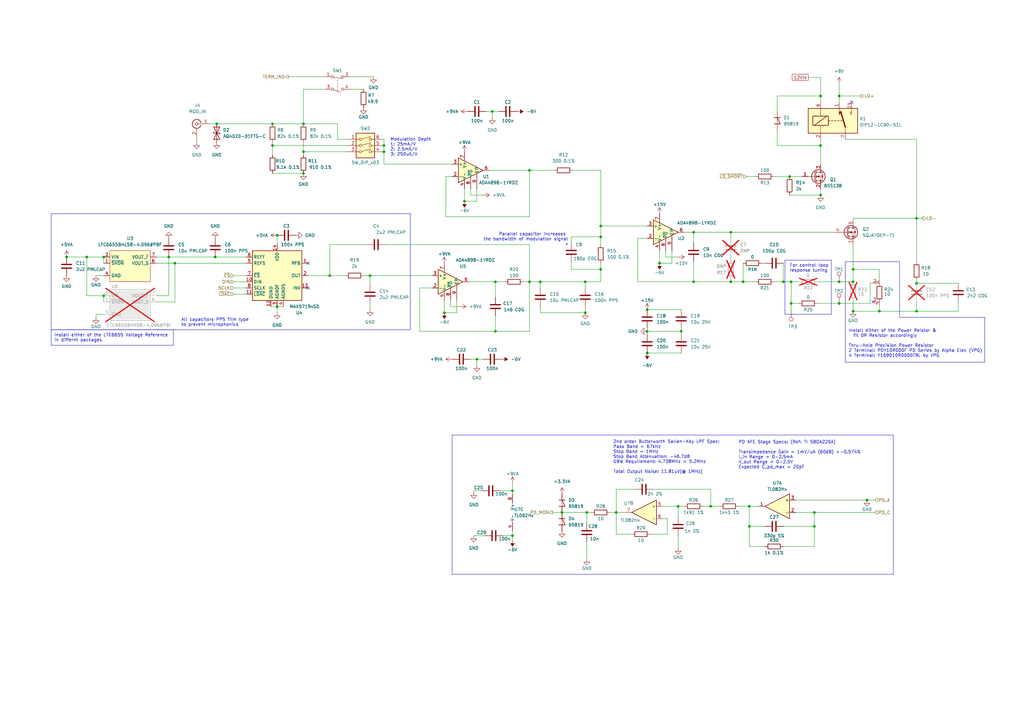
<source format=kicad_sch>
(kicad_sch (version 20230121) (generator eeschema)
  (paper "A3")
  (title_block (title "driveStage") (date "2023-11-27") (rev "r0_3") (company "M-Labs Limited") (comment 1 "Linus Woo Chun Kit"))
  (junction (at 270.51 107.95))
  (junction (at 124.46 71.12))
  (junction (at 217.17 69.85))
  (junction (at 265.43 135.89))
  (junction (at 203.2 115.57))
  (junction (at 324.485 124.46))
  (junction (at 113.665 96.52))
  (junction (at 360.68 127.635))
  (junction (at 375.92 89.535))
  (junction (at 334.01 210.185))
  (junction (at 210.185 201.295))
  (junction (at 88.9 50.8))
  (junction (at 201.93 45.72))
  (junction (at 240.03 115.57))
  (junction (at 344.17 115.57))
  (junction (at 195.58 147.32))
  (junction (at 299.72 115.57))
  (junction (at 265.43 127))
  (junction (at 252.73 210.185))
  (junction (at 349.885 115.57))
  (junction (at 182.245 128.27))
  (junction (at 124.46 50.8))
  (junction (at 336.55 39.37))
  (junction (at 355.6 205.105))
  (junction (at 217.17 115.57))
  (junction (at 307.34 207.645))
  (junction (at 221.615 115.57))
  (junction (at 334.01 215.9))
  (junction (at 190.5 82.55))
  (junction (at 324.485 115.57))
  (junction (at 35.56 105.41))
  (junction (at 42.545 121.285))
  (junction (at 69.215 105.41))
  (junction (at 135.255 113.03))
  (junction (at 336.55 80.01))
  (junction (at 349.885 110.49))
  (junction (at 299.72 95.25))
  (junction (at 284.48 95.25))
  (junction (at 111.76 50.8))
  (junction (at 157.48 62.23))
  (junction (at 88.265 105.41))
  (junction (at 151.765 113.03))
  (junction (at 279.4 135.89))
  (junction (at 210.185 219.71))
  (junction (at 246.38 110.49))
  (junction (at 246.38 92.71))
  (junction (at 42.545 105.41))
  (junction (at 71.755 107.95))
  (junction (at 349.885 127.635))
  (junction (at 265.43 144.78))
  (junction (at 291.465 207.645))
  (junction (at 278.13 207.645))
  (junction (at 240.03 128.27))
  (junction (at 111.76 59.69))
  (junction (at 307.34 215.9))
  (junction (at 336.55 59.69))
  (junction (at 246.38 97.155))
  (junction (at 344.17 39.37))
  (junction (at 230.505 210.185))
  (junction (at 304.8 115.57))
  (junction (at 203.2 135.89))
  (junction (at 124.46 62.23))
  (junction (at 113.665 125.73))
  (junction (at 375.92 127.635))
  (junction (at 157.48 59.69))
  (junction (at 344.17 124.46))
  (junction (at 375.92 116.205))
  (junction (at 240.665 210.185))
  (junction (at 284.48 115.57))
  (junction (at 27.305 105.41))
  (junction (at 323.85 72.39))
  (junction (at 321.31 115.57))
  (no_connect (at 358.14 123.825))
  (no_connect (at 349.25 41.91))
  (no_connect (at 126.365 118.11))
  (no_connect (at 126.365 107.95))
  (wire (pts (xy 151.765 124.46) (xy 151.765 127)))
  (wire (pts (xy 95.885 113.03) (xy 100.965 113.03)))
  (wire (pts (xy 360.68 114.935) (xy 360.68 110.49)))
  (wire (pts (xy 42.545 105.41) (xy 42.545 107.95)))
  (wire (pts (xy 323.85 72.39) (xy 328.93 72.39)))
  (wire (pts (xy 217.17 115.57) (xy 221.615 115.57)))
  (wire (pts (xy 259.08 219.075) (xy 252.73 219.075)))
  (wire (pts (xy 360.68 110.49) (xy 349.885 110.49)))
  (wire (pts (xy 111.76 71.12) (xy 124.46 71.12)))
  (wire (pts (xy 335.28 124.46) (xy 344.17 124.46)))
  (wire (pts (xy 334.01 210.185) (xy 358.775 210.185)))
  (wire (pts (xy 313.69 224.155) (xy 307.34 224.155)))
  (wire (pts (xy 234.315 107.315) (xy 234.315 110.49)))
  (wire (pts (xy 318.77 59.69) (xy 336.55 59.69)))
  (wire (pts (xy 324.485 127.635) (xy 324.485 124.46)))
  (wire (pts (xy 271.78 212.725) (xy 273.685 212.725)))
  (wire (pts (xy 240.03 115.57) (xy 246.38 115.57)))
  (wire (pts (xy 265.43 135.89) (xy 265.43 137.16)))
  (wire (pts (xy 349.885 90.17) (xy 349.885 89.535)))
  (wire (pts (xy 210.185 219.71) (xy 210.185 221.615)))
  (wire (pts (xy 42.545 121.285) (xy 35.56 121.285)))
  (wire (pts (xy 331.47 31.75) (xy 336.55 31.75)))
  (wire (pts (xy 240.665 210.185) (xy 242.57 210.185)))
  (wire (pts (xy 158.115 100.33) (xy 217.17 100.33)))
  (wire (pts (xy 138.43 57.15) (xy 142.24 57.15)))
  (wire (pts (xy 288.29 207.645) (xy 291.465 207.645)))
  (wire (pts (xy 80.645 58.42) (xy 80.645 55.88)))
  (wire (pts (xy 240.03 118.11) (xy 240.03 115.57)))
  (wire (pts (xy 284.48 95.25) (xy 284.48 99.695)))
  (wire (pts (xy 280.67 95.25) (xy 284.48 95.25)))
  (wire (pts (xy 184.785 125.73) (xy 188.595 125.73)))
  (wire (pts (xy 336.55 31.75) (xy 336.55 39.37)))
  (wire (pts (xy 349.885 127.635) (xy 349.885 123.19)))
  (wire (pts (xy 124.46 58.42) (xy 124.46 62.23)))
  (wire (pts (xy 246.38 107.95) (xy 246.38 110.49)))
  (wire (pts (xy 375.92 114.935) (xy 375.92 116.205)))
  (wire (pts (xy 299.72 95.25) (xy 342.265 95.25)))
  (wire (pts (xy 85.725 50.8) (xy 88.9 50.8)))
  (polyline (pts (xy 321.945 128.905) (xy 340.995 128.905)))
  (wire (pts (xy 95.885 118.11) (xy 100.965 118.11)))
  (wire (pts (xy 234.315 110.49) (xy 246.38 110.49)))
  (wire (pts (xy 349.885 110.49) (xy 349.885 115.57)))
  (wire (pts (xy 252.73 200.66) (xy 252.73 210.185)))
  (wire (pts (xy 35.56 105.41) (xy 42.545 105.41)))
  (wire (pts (xy 157.48 59.69) (xy 157.48 62.23)))
  (wire (pts (xy 206.375 219.71) (xy 210.185 219.71)))
  (wire (pts (xy 273.05 105.41) (xy 278.13 105.41)))
  (wire (pts (xy 234.315 97.155) (xy 246.38 97.155)))
  (polyline (pts (xy 321.945 106.68) (xy 340.995 106.68)))
  (wire (pts (xy 318.77 53.34) (xy 318.77 59.69)))
  (wire (pts (xy 157.48 57.15) (xy 157.48 59.69)))
  (wire (pts (xy 299.72 105.41) (xy 299.72 106.68)))
  (wire (pts (xy 95.885 115.57) (xy 100.965 115.57)))
  (wire (pts (xy 356.87 116.205) (xy 358.14 116.205)))
  (wire (pts (xy 111.76 58.42) (xy 111.76 59.69)))
  (wire (pts (xy 200.66 69.85) (xy 217.17 69.85)))
  (polyline (pts (xy 346.71 107.315) (xy 346.71 148.59)))
  (wire (pts (xy 201.93 45.72) (xy 201.93 48.26)))
  (wire (pts (xy 326.39 210.185) (xy 334.01 210.185)))
  (wire (pts (xy 306.07 72.39) (xy 309.88 72.39)))
  (wire (pts (xy 221.615 115.57) (xy 240.03 115.57)))
  (wire (pts (xy 267.97 200.66) (xy 291.465 200.66)))
  (wire (pts (xy 349.885 127.635) (xy 360.68 127.635)))
  (wire (pts (xy 217.17 88.9) (xy 217.17 69.85)))
  (wire (pts (xy 39.37 113.03) (xy 42.545 113.03)))
  (wire (pts (xy 210.185 198.12) (xy 210.185 201.295)))
  (wire (pts (xy 252.73 210.185) (xy 256.54 210.185)))
  (wire (pts (xy 138.43 50.8) (xy 138.43 57.15)))
  (wire (pts (xy 151.765 113.03) (xy 177.165 113.03)))
  (wire (pts (xy 157.48 62.23) (xy 157.48 67.31)))
  (wire (pts (xy 203.2 135.89) (xy 217.17 135.89)))
  (wire (pts (xy 149.225 113.03) (xy 151.765 113.03)))
  (wire (pts (xy 349.885 100.33) (xy 349.885 110.49)))
  (wire (pts (xy 299.72 95.25) (xy 299.72 97.79)))
  (wire (pts (xy 217.17 135.89) (xy 217.17 115.57)))
  (wire (pts (xy 375.92 89.535) (xy 349.885 89.535)))
  (wire (pts (xy 240.03 128.27) (xy 240.03 125.73)))
  (wire (pts (xy 64.135 107.95) (xy 71.755 107.95)))
  (wire (pts (xy 360.68 125.095) (xy 360.68 127.635)))
  (wire (pts (xy 336.55 57.15) (xy 336.55 59.69)))
  (wire (pts (xy 124.46 62.23) (xy 142.24 62.23)))
  (wire (pts (xy 214.63 115.57) (xy 217.17 115.57)))
  (wire (pts (xy 278.13 212.09) (xy 278.13 207.645)))
  (wire (pts (xy 279.4 135.89) (xy 265.43 135.89)))
  (wire (pts (xy 375.92 127.635) (xy 375.92 123.825)))
  (wire (pts (xy 201.93 45.72) (xy 204.47 45.72)))
  (wire (pts (xy 324.485 115.57) (xy 324.485 124.46)))
  (wire (pts (xy 172.085 118.11) (xy 172.085 135.89)))
  (wire (pts (xy 307.34 215.9) (xy 307.34 224.155)))
  (wire (pts (xy 195.58 82.55) (xy 195.58 77.47)))
  (wire (pts (xy 190.5 77.47) (xy 190.5 82.55)))
  (wire (pts (xy 187.325 128.27) (xy 187.325 123.19)))
  (wire (pts (xy 291.465 200.66) (xy 291.465 207.645)))
  (wire (pts (xy 135.255 100.33) (xy 135.255 113.03)))
  (wire (pts (xy 39.37 128.905) (xy 39.37 130.175)))
  (wire (pts (xy 150.495 100.33) (xy 135.255 100.33)))
  (polyline (pts (xy 20.955 87.63) (xy 168.275 87.63)))
  (wire (pts (xy 284.48 115.57) (xy 261.62 115.57)))
  (wire (pts (xy 266.7 219.075) (xy 273.685 219.075)))
  (wire (pts (xy 271.78 207.645) (xy 278.13 207.645)))
  (wire (pts (xy 71.755 107.95) (xy 100.965 107.95)))
  (wire (pts (xy 195.58 147.32) (xy 198.12 147.32)))
  (wire (pts (xy 88.9 50.8) (xy 111.76 50.8)))
  (wire (pts (xy 246.38 97.155) (xy 246.38 100.33)))
  (wire (pts (xy 304.8 107.95) (xy 304.8 115.57)))
  (wire (pts (xy 193.04 77.47) (xy 193.04 80.01)))
  (wire (pts (xy 111.76 50.8) (xy 124.46 50.8)))
  (polyline (pts (xy 368.935 130.175) (xy 368.935 107.315)))
  (wire (pts (xy 336.55 39.37) (xy 336.55 41.91)))
  (wire (pts (xy 190.5 82.55) (xy 195.58 82.55)))
  (wire (pts (xy 193.04 147.32) (xy 195.58 147.32)))
  (wire (pts (xy 326.39 205.105) (xy 355.6 205.105)))
  (wire (pts (xy 321.31 115.57) (xy 324.485 115.57)))
  (wire (pts (xy 240.665 222.25) (xy 240.665 229.235)))
  (wire (pts (xy 246.38 69.85) (xy 246.38 92.71)))
  (wire (pts (xy 270.51 107.95) (xy 275.59 107.95)))
  (wire (pts (xy 199.39 45.72) (xy 201.93 45.72)))
  (wire (pts (xy 344.17 39.37) (xy 344.17 41.91)))
  (wire (pts (xy 185.42 72.39) (xy 182.88 72.39)))
  (wire (pts (xy 35.56 121.285) (xy 35.56 105.41)))
  (wire (pts (xy 230.505 210.185) (xy 240.665 210.185)))
  (polyline (pts (xy 340.995 128.905) (xy 340.995 106.68)))
  (wire (pts (xy 143.51 31.496) (xy 153.162 31.496)))
  (wire (pts (xy 172.085 135.89) (xy 203.2 135.89)))
  (wire (pts (xy 184.785 123.19) (xy 184.785 125.73)))
  (wire (pts (xy 126.365 113.03) (xy 135.255 113.03)))
  (wire (pts (xy 393.065 127.635) (xy 393.065 123.825)))
  (wire (pts (xy 324.485 115.57) (xy 327.66 115.57)))
  (wire (pts (xy 124.46 36.576) (xy 124.46 50.8)))
  (wire (pts (xy 291.465 207.645) (xy 295.275 207.645)))
  (wire (pts (xy 317.5 115.57) (xy 321.31 115.57)))
  (wire (pts (xy 375.92 57.15) (xy 346.71 57.15)))
  (wire (pts (xy 250.19 210.185) (xy 252.73 210.185)))
  (wire (pts (xy 334.01 210.185) (xy 334.01 215.9)))
  (wire (pts (xy 143.51 36.576) (xy 149.098 36.576)))
  (wire (pts (xy 42.545 128.905) (xy 39.37 128.905)))
  (wire (pts (xy 234.95 69.85) (xy 246.38 69.85)))
  (wire (pts (xy 360.68 127.635) (xy 375.92 127.635)))
  (wire (pts (xy 344.17 115.57) (xy 349.885 115.57)))
  (wire (pts (xy 278.13 224.79) (xy 278.13 219.71)))
  (wire (pts (xy 27.305 105.41) (xy 35.56 105.41)))
  (wire (pts (xy 64.135 121.285) (xy 69.215 121.285)))
  (wire (pts (xy 378.46 89.535) (xy 375.92 89.535)))
  (wire (pts (xy 318.77 39.37) (xy 336.55 39.37)))
  (wire (pts (xy 302.895 207.645) (xy 307.34 207.645)))
  (wire (pts (xy 182.245 128.27) (xy 187.325 128.27)))
  (wire (pts (xy 124.46 62.23) (xy 124.46 63.5)))
  (wire (pts (xy 284.48 95.25) (xy 299.72 95.25)))
  (wire (pts (xy 270.51 102.87) (xy 270.51 107.95)))
  (polyline (pts (xy 20.955 87.63) (xy 20.955 135.255)))
  (wire (pts (xy 111.76 59.69) (xy 142.24 59.69)))
  (wire (pts (xy 375.92 116.205) (xy 393.065 116.205)))
  (wire (pts (xy 252.73 210.185) (xy 252.73 219.075)))
  (wire (pts (xy 261.62 115.57) (xy 261.62 97.79)))
  (wire (pts (xy 113.665 96.52) (xy 113.665 100.33)))
  (wire (pts (xy 273.685 212.725) (xy 273.685 219.075)))
  (wire (pts (xy 273.05 102.87) (xy 273.05 105.41)))
  (wire (pts (xy 157.48 67.31) (xy 185.42 67.31)))
  (wire (pts (xy 226.695 210.185) (xy 230.505 210.185)))
  (polyline (pts (xy 403.86 130.175) (xy 368.935 130.175)))
  (polyline (pts (xy 321.945 106.68) (xy 321.945 128.905)))
  (wire (pts (xy 217.17 69.85) (xy 227.33 69.85)))
  (wire (pts (xy 336.55 59.69) (xy 336.55 67.31)))
  (wire (pts (xy 321.31 224.155) (xy 334.01 224.155)))
  (wire (pts (xy 304.8 115.57) (xy 309.88 115.57)))
  (wire (pts (xy 194.31 201.93) (xy 194.31 201.295)))
  (wire (pts (xy 344.17 39.37) (xy 353.06 39.37)))
  (wire (pts (xy 284.48 115.57) (xy 299.72 115.57)))
  (wire (pts (xy 42.545 121.285) (xy 42.545 123.825)))
  (wire (pts (xy 64.135 123.825) (xy 71.755 123.825)))
  (wire (pts (xy 307.34 207.645) (xy 311.15 207.645)))
  (wire (pts (xy 182.88 88.9) (xy 217.17 88.9)))
  (wire (pts (xy 111.125 125.73) (xy 113.665 125.73)))
  (wire (pts (xy 246.38 92.71) (xy 265.43 92.71)))
  (wire (pts (xy 375.92 89.535) (xy 375.92 107.315)))
  (wire (pts (xy 95.885 120.65) (xy 100.965 120.65)))
  (wire (pts (xy 318.77 45.72) (xy 318.77 39.37)))
  (wire (pts (xy 135.255 113.03) (xy 141.605 113.03)))
  (wire (pts (xy 356.87 116.205) (xy 356.87 124.46)))
  (wire (pts (xy 375.92 127.635) (xy 393.065 127.635)))
  (wire (pts (xy 193.04 80.01) (xy 198.12 80.01)))
  (wire (pts (xy 246.38 92.71) (xy 246.38 97.155)))
  (polyline (pts (xy 20.955 135.255) (xy 168.275 135.255)))
  (wire (pts (xy 210.185 201.295) (xy 210.185 202.565)))
  (wire (pts (xy 194.31 201.295) (xy 197.485 201.295)))
  (wire (pts (xy 221.615 125.73) (xy 221.615 128.27)))
  (wire (pts (xy 299.72 114.3) (xy 299.72 115.57)))
  (wire (pts (xy 375.92 57.15) (xy 375.92 89.535)))
  (wire (pts (xy 71.755 123.825) (xy 71.755 107.95)))
  (wire (pts (xy 182.245 123.19) (xy 182.245 128.27)))
  (wire (pts (xy 221.615 118.11) (xy 221.615 115.57)))
  (wire (pts (xy 133.35 36.576) (xy 124.46 36.576)))
  (wire (pts (xy 321.31 107.95) (xy 321.31 115.57)))
  (wire (pts (xy 203.2 129.54) (xy 203.2 135.89)))
  (wire (pts (xy 205.105 201.295) (xy 210.185 201.295)))
  (wire (pts (xy 279.4 134.62) (xy 279.4 135.89)))
  (wire (pts (xy 69.215 105.41) (xy 88.265 105.41)))
  (wire (pts (xy 344.17 34.29) (xy 344.17 39.37)))
  (wire (pts (xy 312.42 107.95) (xy 313.69 107.95)))
  (wire (pts (xy 246.38 110.49) (xy 246.38 115.57)))
  (wire (pts (xy 69.215 121.285) (xy 69.215 105.41)))
  (wire (pts (xy 324.485 124.46) (xy 327.66 124.46)))
  (wire (pts (xy 323.85 80.01) (xy 336.55 80.01)))
  (wire (pts (xy 111.76 59.69) (xy 111.76 63.5)))
  (wire (pts (xy 335.28 115.57) (xy 344.17 115.57)))
  (wire (pts (xy 113.665 125.73) (xy 113.665 128.27)))
  (wire (pts (xy 217.17 100.33) (xy 217.17 115.57)))
  (wire (pts (xy 279.4 135.89) (xy 279.4 137.16)))
  (wire (pts (xy 210.185 217.805) (xy 210.185 219.71)))
  (wire (pts (xy 151.765 113.03) (xy 151.765 116.84)))
  (wire (pts (xy 124.46 50.8) (xy 138.43 50.8)))
  (wire (pts (xy 355.6 205.105) (xy 358.775 205.105)))
  (wire (pts (xy 203.2 115.57) (xy 207.01 115.57)))
  (wire (pts (xy 240.665 214.63) (xy 240.665 210.185)))
  (wire (pts (xy 336.55 77.47) (xy 336.55 80.01)))
  (wire (pts (xy 321.31 215.9) (xy 334.01 215.9)))
  (wire (pts (xy 307.34 207.645) (xy 307.34 215.9)))
  (wire (pts (xy 317.5 72.39) (xy 323.85 72.39)))
  (wire (pts (xy 177.165 118.11) (xy 172.085 118.11)))
  (wire (pts (xy 194.31 219.71) (xy 198.755 219.71)))
  (wire (pts (xy 265.43 134.62) (xy 265.43 135.89)))
  (wire (pts (xy 221.615 128.27) (xy 240.03 128.27)))
  (wire (pts (xy 265.43 127) (xy 279.4 127)))
  (wire (pts (xy 260.35 200.66) (xy 252.73 200.66)))
  (polyline (pts (xy 346.71 148.59) (xy 403.86 148.59)))
  (wire (pts (xy 203.2 115.57) (xy 203.2 121.92)))
  (wire (pts (xy 265.43 144.78) (xy 279.4 144.78)))
  (wire (pts (xy 278.13 207.645) (xy 280.67 207.645)))
  (wire (pts (xy 192.405 115.57) (xy 203.2 115.57)))
  (wire (pts (xy 64.135 105.41) (xy 69.215 105.41)))
  (wire (pts (xy 344.17 124.46) (xy 356.87 124.46)))
  (wire (pts (xy 118.364 31.496) (xy 133.35 31.496)))
  (wire (pts (xy 275.59 107.95) (xy 275.59 102.87)))
  (wire (pts (xy 284.48 107.315) (xy 284.48 115.57)))
  (wire (pts (xy 195.58 147.32) (xy 195.58 149.86)))
  (wire (pts (xy 299.72 115.57) (xy 304.8 115.57)))
  (polyline (pts (xy 168.275 135.255) (xy 168.275 87.63)))
  (wire (pts (xy 88.265 105.41) (xy 100.965 105.41)))
  (polyline (pts (xy 403.86 148.59) (xy 403.86 130.175)))
  (wire (pts (xy 234.315 99.695) (xy 234.315 97.155)))
  (polyline (pts (xy 346.71 107.315) (xy 368.935 107.315)))
  (wire (pts (xy 113.665 125.73) (xy 116.205 125.73)))
  (wire (pts (xy 182.88 72.39) (xy 182.88 88.9)))
  (wire (pts (xy 261.62 97.79) (xy 265.43 97.79)))
  (wire (pts (xy 334.01 215.9) (xy 334.01 224.155)))
  (wire (pts (xy 313.69 215.9) (xy 307.34 215.9)))
  (rectangle (start 185.42 178.435) (end 366.395 235.585))
  (rectangle (start 20.955 135.255) (end 71.12 141.605))
  (text "All capacitors PPS film type\nto prevent microphonics " (at 74.295 133.985 0) (effects (font (size 1.27 1.27)) (justify left bottom)))
  (text "For control loop\nresponse tuning" (at 323.85 111.76 0) (effects (font (size 1.27 1.27)) (justify left bottom)))
  (text "Install either of the LTC6655 Voltage Reference\nin differnt packages" (at 22.225 140.335 0) (effects (font (size 1.27 1.27)) (justify left bottom)))
  (text "Install either of the Power Reistor & \n  fit 0R Resistor accordingly\n\nThru-Hole Precision Power Resistor\n2 Terminal: PDY10R000F PD Series by Alpha Elec (VPG)\n4 Terminal: Y169010R0000T9L by VPG" (at 347.98 146.685 0) (effects (font (size 1.27 1.27)) (justify left bottom)))
  (text "PD AFE Stage Specs: (Ref: TI SBOA220A)\n\nTransimpedance Gain = 1mV/uA (60dB) +-0.574%\nI_in Range = 0-2.5mA\nV_out Range = 0-2.5V\nExpected C_pd_max = 20pF" (at 302.895 192.405 0) (effects (font (size 1.27 1.27)) (justify left bottom)))
  (text "Modulation Depth\n1: 25mA/V\n2: 2.5mA/V\n3: 250uA/V" (at 160.02 64.135 0) (effects (font (size 1.27 1.27)) (justify left bottom)))
  (text "\n2nd order Butterworth Sallen-Key LPF Spec:\nPass Band = 67kHz\nStop Band = 1MHz\nStop Band Attenuation: -46.7dB\nGBW Requirement: 4.738MHz < 5.2MHz\n\nTotal Output Noise: 11.81uV(@ 1MHz)" (at 251.46 194.31 0) (effects (font (size 1.27 1.27)) (justify left bottom)))
  (text "Parallel capacitor increases \nthe bandwidth of modulation signal\nv" (at 233.045 100.965 0) (effects (font (size 1.27 1.27)) (justify right bottom)))
  (global_label "12Vin" (shape passive) (at 331.47 31.75 180) (property "Intersheetrefs" "${INTERSHEET_REFS}" (effects hide)))
  (hierarchical_label "PD_MON" (shape output) (at 226.695 210.185 180))
  (hierarchical_label "PD_C" (shape input) (at 358.775 210.185 0))
  (hierarchical_label "TERM_IND" (shape output) (at 118.364 31.496 180))
  (hierarchical_label "~{LDAC}" (shape input) (at 95.885 120.65 180))
  (hierarchical_label "~{LD_SHORT}" (shape input) (at 306.07 72.39 180))
  (hierarchical_label "LD+" (shape output) (at 353.06 39.37 0))
  (hierarchical_label "PD_A" (shape input) (at 358.775 205.105 0))
  (hierarchical_label "SCLK" (shape input) (at 95.885 118.11 180))
  (hierarchical_label "DIN" (shape input) (at 95.885 115.57 180))
  (hierarchical_label "LD-" (shape output) (at 378.46 89.535 0))
  (hierarchical_label "~{CS}" (shape input) (at 95.885 113.03 180))
  (symbol (lib_id "Connector:TestPoint") (at 344.17 115.57 0) (unit 1) (in_bom no)
    (property "Reference" "TP1" (at 342.265 110.49 0) (effects (justify left)))
    (property "Value" "TestPoint" (effects hide))
    (property "Footprint" "TestPoint:TestPoint_Pad_1.0x1.0mm" (effects hide))
  )
  (symbol (lib_id "Device:R") (at 299.72 110.49 180) (unit 1) (dnp yes)
    (property "Reference" "R17" (at 295.91 111.76 0))
    (property "Value" "DNP" (at 295.91 109.22 0))
    (property "Footprint" "Resistor_SMD:R_0603_1608Metric" (effects hide))
  )
  (symbol (lib_id "kirdy:R_Y169010R0000T9L") (at 360.68 120.015 0) (mirror y) (unit 1)
    (property "Reference" "R24" (at 362.585 118.745 0) (effects (justify right)))
    (property "Value" "10" (at 362.585 120.65 0) (effects (justify right)))
    (property "Footprint" "kirdy:VPR221_Horizontal" (effects hide))
    (property "Datasheet" "https://www.mouser.hk/datasheet/2/428/vpr22021-3247675.pdf" (effects hide))
    (property "MFR_PN" "Y169010R0000T9L" (effects hide))
    (property "Comment" " See schematics for Instruction if part is not available" (effects hide))
  )
  (symbol (lib_id "Device:R") (at 284.48 207.645 90) (unit 1)
    (property "Reference" "R26" (at 284.48 205.105 90))
    (property "Value" "1k91 1%" (at 284.48 210.185 90))
    (property "Footprint" "Resistor_SMD:R_0603_1608Metric" (effects hide))
    (property "MFR_PN" "ERJ-3EKF1911V" (effects hide))
  )
  (symbol (lib_id "Device:C") (at 264.16 200.66 270) (unit 1)
    (property "Reference" "C24" (at 262.255 196.85 90))
    (property "Value" "2n 2%" (at 268.605 202.565 90))
    (property "Footprint" "Capacitor_SMD:C_0603_1608Metric" (effects hide))
    (property "MFR_PN" "GCM1885C1H202GA16D" (effects hide))
  )
  (symbol (lib_id "power:GND") (at 39.37 130.175 0) (mirror y) (unit 1)
    (property "Reference" "#PWR042" (effects hide))
    (property "Value" "GND" (at 39.37 133.985 0))
  )
  (symbol (lib_id "Device:R") (at 323.85 76.2 180) (unit 1)
    (property "Reference" "R14" (at 326.39 74.9299 0) (effects (justify right)))
    (property "Value" "2k" (at 326.39 77.4699 0) (effects (justify right)))
    (property "Footprint" "Resistor_SMD:R_0603_1608Metric" (effects hide))
    (property "MFR_PN" "RC0603FR-072KL" (effects hide))
    (property "MFR_PN_ALT" "ERJ-3EKF2001V" (effects hide))
  )
  (symbol (lib_id "power:GND") (at 336.55 80.01 0) (unit 1)
    (property "Reference" "#PWR022" (effects hide))
    (property "Value" "GND" (at 336.55 85.09 0))
  )
  (symbol (lib_id "power:-6V") (at 212.09 45.72 270) (unit 1)
    (property "Reference" "#PWR015" (effects hide))
    (property "Value" "-6V" (at 215.9 45.7199 90) (effects (justify left)))
  )
  (symbol (lib_id "Device:C") (at 154.305 100.33 90) (unit 1)
    (property "Reference" "C4" (at 154.305 92.71 90))
    (property "Value" "2u2 PMLCAP" (at 154.305 95.25 90) (effects (justify right)))
    (property "Footprint" "Capacitor_SMD:C_1210_3225Metric" (effects hide))
    (property "MFR_PN" "16MU225MB23225" (effects hide))
  )
  (symbol (lib_id "kirdy:LTC6655") (at 52.705 126.365 0) (unit 1) (dnp yes)
    (property "Reference" "U6" (at 46.99 117.475 0))
    (property "Value" "LTC6655BHMS8-4.096#PBF" (at 57.15 133.35 0))
    (property "Footprint" "kirdy:SOP65P490X110-8N" (effects hide))
    (property "Datasheet" "https://www.analog.com/media/en/technical-documentation/data-sheets/ltc6655-6655ln.pdf" (effects hide))
    (property "MFR_PN" "LTC6655BHMS8-4.096#PBF" (effects hide))
    (property "Comment" " See schematics for Instruction if part is not available" (effects hide))
  )
  (symbol (lib_id "power:+15V") (at 265.43 127 0) (unit 1)
    (property "Reference" "#PWR037" (effects hide))
    (property "Value" "+15V" (at 265.43 123.19 0))
  )
  (symbol (lib_id "Device:R") (at 331.47 115.57 90) (unit 1) (dnp yes)
    (property "Reference" "R22" (at 331.47 118.11 90))
    (property "Value" "0" (at 331.47 113.03 90))
    (property "Footprint" "Resistor_SMD:R_0603_1608Metric" (effects hide))
    (property "MFR_PN" "RMCF0603ZT0R00" (effects hide))
    (property "MFR_PN_ALT" "CR0603-J/-000ELF" (effects hide))
  )
  (symbol (lib_id "power:-6V") (at 205.74 147.32 270) (unit 1)
    (property "Reference" "#PWR046" (effects hide))
    (property "Value" "-6V" (at 209.55 147.3199 90) (effects (justify left)))
  )
  (symbol (lib_id "Device:D_Shockley") (at 230.505 206.375 270) (unit 1)
    (property "Reference" "D3" (at 233.045 205.1049 90) (effects (justify left)))
    (property "Value" "B5819" (at 233.045 207.6449 90) (effects (justify left)))
    (property "Footprint" "Diode_SMD:D_SOD-323" (effects hide))
    (property "MFR_PN" "B5819WS-TP" (effects hide))
  )
  (symbol (lib_id "power:GND") (at 194.31 201.93 0) (unit 1)
    (property "Reference" "#PWR049" (effects hide))
    (property "Value" "GND" (at 194.31 207.01 0))
  )
  (symbol (lib_id "Device:C") (at 208.28 45.72 90) (unit 1)
    (property "Reference" "C2" (at 208.28 41.91 90))
    (property "Value" "100n" (at 208.28 49.53 90))
    (property "Footprint" "Capacitor_SMD:C_0603_1608Metric" (effects hide))
    (property "MFR_PN" "CL10B104KB8NNWC" (effects hide))
    (property "MFR_PN_ALT" "CL10B104KB8NNNL" (effects hide))
  )
  (symbol (lib_id "power:GND") (at 39.37 113.03 0) (mirror y) (unit 1)
    (property "Reference" "#PWR034" (effects hide))
    (property "Value" "GND" (at 39.37 116.84 0))
  )
  (symbol (lib_id "Device:R") (at 349.885 119.38 0) (mirror x) (unit 1) (dnp yes)
    (property "Reference" "R23" (at 351.79 118.745 0) (effects (justify left)))
    (property "Value" "10" (at 351.79 120.65 0) (effects (justify left)))
    (property "Footprint" "Package_TO_SOT_THT:TO-220-2_Horizontal_TabDown" (effects hide))
    (property "Datasheet" "https://www.alpha-elec.co.jp/w2img/2022100715510167015-PD(EN)_final_10Jan2018.pdf" (effects hide))
    (property "MFR_PN" "PDY10R000F" (effects hide))
    (property "Comment" " See schematics for Instruction if part is not available" (effects hide))
  )
  (symbol (lib_id "Relay:DIPxx-1Cxx-51x") (at 341.63 49.53 0) (unit 1)
    (property "Reference" "K1" (at 352.552 48.6953 0) (effects (justify left)))
    (property "Value" "DIP12-1C90-51L" (at 352.552 51.2322 0) (effects (justify left)))
    (property "Footprint" "Relay_THT:Relay_StandexMeder_DIP_LowProfile" (effects hide))
    (property "Datasheet" "https://standexelectronics.com/wp-content/uploads/datasheet_reed_relay_DIP.pdf" (effects hide))
    (property "MFR_PN" "DIP12-1C90-51L" (effects hide))
  )
  (symbol (lib_id "Device:C") (at 278.13 215.9 180) (unit 1)
    (property "Reference" "C26" (at 283.21 214.63 0))
    (property "Value" "1n 2%" (at 283.845 217.805 0))
    (property "Footprint" "Capacitor_SMD:C_0603_1608Metric" (effects hide))
    (property "MFR_PN" "0603N102G250CT" (effects hide))
  )
  (symbol (lib_id "power:+5VA") (at 27.305 105.41 0) (unit 1)
    (property "Reference" "#PWR029" (effects hide))
    (property "Value" "+5VA" (at 27.305 100.33 0))
  )
  (symbol (lib_id "Device:C") (at 279.4 140.97 0) (unit 1)
    (property "Reference" "C21" (at 283.21 139.7 0) (effects (justify left)))
    (property "Value" "10u 25V" (at 283.21 142.24 0) (effects (justify left)))
    (property "Footprint" "Capacitor_SMD:C_0805_2012Metric" (effects hide))
    (property "MFR_PN" "GRM21BZ71E106KE15K" (effects hide))
    (property "MFR_PN_ALT" "GRM21BZ71E106KE15L" (effects hide))
  )
  (symbol (lib_id "Device:C") (at 69.215 101.6 0) (unit 1)
    (property "Reference" "C5" (at 73.025 100.33 0) (effects (justify left)))
    (property "Value" "10u PMLCAP" (at 73.025 102.87 0) (effects (justify left)))
    (property "Footprint" "Capacitor_SMD:C_1812_4532Metric" (effects hide))
    (property "MFR_PN" "16MU106MC44532" (effects hide))
  )
  (symbol (lib_id "Connector:TestPoint") (at 324.485 127.635 180) (unit 1) (in_bom no)
    (property "Reference" "TP3" (at 327.025 133.985 0) (effects (justify left)))
    (property "Value" "TestPoint" (effects hide))
    (property "Footprint" "TestPoint:TestPoint_Pad_1.0x1.0mm" (effects hide))
  )
  (symbol (lib_id "Device:C") (at 299.72 101.6 0) (unit 1) (dnp yes)
    (property "Reference" "C7" (at 303.53 100.3299 0) (effects (justify left)))
    (property "Value" "DNP" (at 303.53 102.8699 0) (effects (justify left)))
    (property "Footprint" "Capacitor_SMD:C_0603_1608Metric" (effects hide))
  )
  (symbol (lib_id "Device:R") (at 313.69 115.57 90) (unit 1)
    (property "Reference" "R21" (at 313.69 118.11 90))
    (property "Value" "100" (at 313.69 113.03 90))
    (property "Footprint" "Resistor_SMD:R_0603_1608Metric" (effects hide))
    (property "MFR_PN" "WR06X1000FTL" (effects hide))
    (property "MFR_PN_ALT" "RMCF0603FT100R" (effects hide))
  )
  (symbol (lib_id "Device:R") (at 375.92 111.125 180) (unit 1)
    (property "Reference" "R18" (at 379.73 109.855 0))
    (property "Value" "10" (at 379.73 112.395 0))
    (property "Footprint" "Resistor_SMD:R_0603_1608Metric" (effects hide))
    (property "MFR_PN" "RT0603BRD0710RL" (effects hide))
    (property "MFR_PN_ALT" "WR06X10R0FTL" (effects hide))
  )
  (symbol (lib_id "power:GND") (at 113.665 128.27 0) (unit 1)
    (property "Reference" "#PWR039" (effects hide))
    (property "Value" "GND" (at 113.665 133.35 0))
  )
  (symbol (lib_id "Amplifier_Operational:ADA4898-1YRDZ") (at 273.05 95.25 0) (unit 1)
    (property "Reference" "U2" (at 279.4 97.79 0))
    (property "Value" "ADA4898-1YRDZ" (at 285.75 91.44 0))
    (property "Footprint" "Package_SO:SOIC-8-1EP_3.9x4.9mm_P1.27mm_EP2.29x3mm" (effects hide))
    (property "Datasheet" "https://www.analog.com/media/en/technical-documentation/data-sheets/ada4898-1_4898-2.pdf" (effects hide))
    (property "MFR_PN" "ADA4898-1YRDZ" (effects hide))
  )
  (symbol (lib_id "Device:C") (at 284.48 103.505 0) (unit 1)
    (property "Reference" "C9" (at 288.29 102.2349 0) (effects (justify left)))
    (property "Value" "10n C0G" (at 288.29 104.7749 0) (effects (justify left)))
    (property "Footprint" "Capacitor_SMD:C_0603_1608Metric" (effects hide))
    (property "MFR_PN" "GRM1885C1H103JA01J" (effects hide))
  )
  (symbol (lib_id "power:GND") (at 278.13 224.79 0) (unit 1)
    (property "Reference" "#PWR055" (effects hide))
    (property "Value" "GND" (at 278.13 228.6 0))
  )
  (symbol (lib_id "Device:C") (at 375.92 120.015 0) (unit 1) (dnp yes)
    (property "Reference" "C12" (at 379.73 118.7449 0) (effects (justify left)))
    (property "Value" "100n PPS" (at 379.73 121.2849 0) (effects (justify left)))
    (property "Footprint" "Capacitor_SMD:C_1210_3225Metric" (effects hide))
    (property "MFR_PN" "ECH-U1C104JX5" (effects hide))
  )
  (symbol (lib_id "Device:R") (at 246.38 104.14 180) (unit 1)
    (property "Reference" "R15" (at 248.92 102.87 0) (effects (justify right)))
    (property "Value" "100 0.1%" (at 248.92 105.41 0) (effects (justify right)))
    (property "Footprint" "Resistor_SMD:R_0603_1608Metric" (effects hide))
    (property "MFR_PN" "RN73R1JTTD1000B25" (effects hide))
  )
  (symbol (lib_id "power:GND") (at 121.285 96.52 90) (unit 1)
    (property "Reference" "#PWR026" (effects hide))
    (property "Value" "GND" (at 125.095 96.5199 90) (effects (justify right)))
  )
  (symbol (lib_id "Device:R") (at 111.76 67.31 180) (unit 1)
    (property "Reference" "R10" (at 114.935 66.04 0))
    (property "Value" "9.1k 0.1%" (at 118.11 68.58 0))
    (property "Footprint" "Resistor_SMD:R_0603_1608Metric" (effects hide))
    (property "MFR_PN" "ERA-3AEB912V" (effects hide))
  )
  (symbol (lib_id "power:GND") (at 149.098 44.196 0) (unit 1)
    (property "Reference" "#PWR013" (effects hide))
    (property "Value" "GND" (at 149.098 48.006 0))
  )
  (symbol (lib_id "power:GND") (at 27.305 113.03 0) (unit 1)
    (property "Reference" "#PWR033" (effects hide))
    (property "Value" "GND" (at 27.305 117.475 0))
  )
  (symbol (lib_id "power:GND") (at 69.215 97.79 180) (unit 1)
    (property "Reference" "#PWR027" (effects hide))
    (property "Value" "GND" (at 69.215 92.71 0))
  )
  (symbol (lib_id "power:-6V") (at 210.185 221.615 180) (unit 1)
    (property "Reference" "#PWR054" (effects hide))
    (property "Value" "-6V" (at 210.185 225.425 0))
  )
  (symbol (lib_id "Device:R") (at 149.098 40.386 180) (unit 1)
    (property "Reference" "R7" (at 152.273 39.116 0))
    (property "Value" "49.9" (at 152.908 41.656 0))
    (property "Footprint" "Resistor_SMD:R_0603_1608Metric" (effects hide))
    (property "MFR_PN" "RT0603DRE0749R9L" (effects hide))
  )
  (symbol (lib_id "Device:C") (at 221.615 121.92 0) (unit 1)
    (property "Reference" "C15" (at 225.425 120.65 0) (effects (justify left)))
    (property "Value" "10u PMLCAP" (at 225.425 123.19 0) (effects (justify left)))
    (property "Footprint" "Capacitor_SMD:C_1812_4532Metric" (effects hide))
    (property "MFR_PN" "16MU106MC44532" (effects hide))
  )
  (symbol (lib_id "Device:R") (at 262.89 219.075 90) (unit 1)
    (property "Reference" "R29" (at 262.89 216.535 90))
    (property "Value" "10" (at 262.89 221.615 90))
    (property "Footprint" "Resistor_SMD:R_0603_1608Metric" (effects hide))
    (property "MFR_PN" "RT0603BRD0710RL" (effects hide))
    (property "MFR_PN_ALT" "WR06X10R0FTL" (effects hide))
  )
  (symbol (lib_id "Amplifier_Operational:ADA4898-1YRDZ") (at 184.785 115.57 0) (unit 1)
    (property "Reference" "U5" (at 189.865 109.22 0))
    (property "Value" "ADA4898-1YRDZ" (at 194.945 106.68 0))
    (property "Footprint" "Package_SO:SOIC-8-1EP_3.9x4.9mm_P1.27mm_EP2.29x3mm" (effects hide))
    (property "Datasheet" "https://www.analog.com/media/en/technical-documentation/data-sheets/ada4898-1_4898-2.pdf" (effects hide))
    (property "MFR_PN" "ADA4898-1YRDZ" (effects hide))
  )
  (symbol (lib_id "Device:C") (at 317.5 215.9 90) (unit 1)
    (property "Reference" "C27" (at 317.5 212.09 90))
    (property "Value" "330p 5%" (at 317.5 219.71 90))
    (property "Footprint" "Capacitor_SMD:C_0603_1608Metric" (effects hide))
    (property "MFR_PN" "885012006041" (effects hide))
  )
  (symbol (lib_id "power:GND") (at 265.43 135.89 270) (unit 1)
    (property "Reference" "#PWR043" (effects hide))
    (property "Value" "GND" (at 261.62 135.8899 90) (effects (justify right)))
  )
  (symbol (lib_id "power:GND") (at 194.31 219.71 0) (unit 1)
    (property "Reference" "#PWR053" (effects hide))
    (property "Value" "GND" (at 194.31 224.79 0))
  )
  (symbol (lib_id "Device:C") (at 265.43 140.97 0) (unit 1)
    (property "Reference" "C20" (at 269.24 139.6999 0) (effects (justify left)))
    (property "Value" "100n" (at 269.24 142.2399 0) (effects (justify left)))
    (property "Footprint" "Capacitor_SMD:C_0603_1608Metric" (effects hide))
    (property "MFR_PN" "CL10B104KB8NNWC" (effects hide))
    (property "MFR_PN_ALT" "CL10B104KB8NNNL" (effects hide))
  )
  (symbol (lib_id "power:+9VA") (at 210.185 198.12 0) (unit 1)
    (property "Reference" "#PWR048" (effects hide))
    (property "Value" "+9VA" (at 210.185 194.31 0))
  )
  (symbol (lib_id "power:GND") (at 151.765 127 0) (unit 1)
    (property "Reference" "#PWR036" (effects hide))
    (property "Value" "GND" (at 151.765 132.08 0))
  )
  (symbol (lib_id "Device:R") (at 317.5 224.155 90) (unit 1)
    (property "Reference" "R30" (at 317.5 221.615 90))
    (property "Value" "1k 0.1%" (at 317.5 226.695 90))
    (property "Footprint" "Resistor_SMD:R_0603_1608Metric" (effects hide))
    (property "MFR_PN" "RP0603BRD071KL" (effects hide))
    (property "MFR_PN_ALT" "WR06X1001FTL" (effects hide))
  )
  (symbol (lib_id "Device:R") (at 145.415 113.03 90) (unit 1)
    (property "Reference" "R19" (at 145.415 106.68 90))
    (property "Value" "2k" (at 145.415 109.22 90))
    (property "Footprint" "Resistor_SMD:R_0603_1608Metric" (effects hide))
    (property "MFR_PN" "RC0603FR-072KL" (effects hide))
    (property "MFR_PN_ALT" "ERJ-3EKF2001V" (effects hide))
  )
  (symbol (lib_id "Device:C") (at 203.2 125.73 180) (unit 1)
    (property "Reference" "C17" (at 208.28 124.46 0))
    (property "Value" "1n6 C0G" (at 210.82 127 0))
    (property "Footprint" "Capacitor_SMD:C_0603_1608Metric" (effects hide))
    (property "MFR_PN" "GRM1885C1H162JA01D" (effects hide))
  )
  (symbol (lib_id "Device:C") (at 201.93 147.32 90) (unit 1)
    (property "Reference" "C23" (at 201.93 143.51 90))
    (property "Value" "100n" (at 201.93 151.13 90))
    (property "Footprint" "Capacitor_SMD:C_0603_1608Metric" (effects hide))
    (property "MFR_PN" "CL10B104KB8NNWC" (effects hide))
    (property "MFR_PN_ALT" "CL10B104KB8NNNL" (effects hide))
  )
  (symbol (lib_id "power:+9VA") (at 198.12 80.01 270) (unit 1)
    (property "Reference" "#PWR021" (effects hide))
    (property "Value" "+9VA" (at 201.93 80.0099 90) (effects (justify left)))
  )
  (symbol (lib_id "Device:R") (at 124.46 54.61 0) (unit 1)
    (property "Reference" "R9" (at 127 53.34 0) (effects (justify left)))
    (property "Value" "82k 0.1%" (at 127 55.88 0) (effects (justify left)))
    (property "Footprint" "Resistor_SMD:R_0603_1608Metric" (effects hide))
    (property "MFR_PN" "ERA-3AEB823V" (effects hide))
  )
  (symbol (lib_id "Device:C") (at 317.5 107.95 90) (unit 1)
    (property "Reference" "C10" (at 317.5 100.33 90))
    (property "Value" "100p C0G" (at 317.5 102.87 90))
    (property "Footprint" "Capacitor_SMD:C_0603_1608Metric" (effects hide))
    (property "MFR_PN" "CC0603JRNPO7BN101" (effects hide))
  )
  (symbol (lib_id "power:-6V") (at 182.245 128.27 180) (unit 1)
    (property "Reference" "#PWR040" (effects hide))
    (property "Value" "-6V" (at 182.245 132.08 0))
  )
  (symbol (lib_id "Device:C") (at 202.565 219.71 270) (unit 1)
    (property "Reference" "C29" (at 195.58 218.44 90) (effects (justify left)))
    (property "Value" "100n" (at 204.47 220.98 90) (effects (justify left)))
    (property "Footprint" "Capacitor_SMD:C_0603_1608Metric" (effects hide))
    (property "MFR_PN" "CL10B104KB8NNWC" (effects hide))
    (property "MFR_PN_ALT" "CL10B104KB8NNNL" (effects hide))
  )
  (symbol (lib_id "power:+15V") (at 278.13 105.41 270) (unit 1)
    (property "Reference" "#PWR030" (effects hide))
    (property "Value" "+15V" (at 276.86 107.95 90) (effects (justify left)))
  )
  (symbol (lib_id "Device:C") (at 279.4 130.81 0) (unit 1)
    (property "Reference" "C19" (at 283.21 129.54 0) (effects (justify left)))
    (property "Value" "10u 25V" (at 283.21 132.08 0) (effects (justify left)))
    (property "Footprint" "Capacitor_SMD:C_0805_2012Metric" (effects hide))
    (property "MFR_PN" "GRM21BZ71E106KE15K" (effects hide))
    (property "MFR_PN_ALT" "GRM21BZ71E106KE15L" (effects hide))
  )
  (symbol (lib_id "power:GND") (at 153.162 31.496 0) (unit 1)
    (property "Reference" "#PWR011" (effects hide))
    (property "Value" "GND" (at 153.162 35.941 0))
  )
  (symbol (lib_id "Amplifier_Operational:TL082") (at 318.77 207.645 0) (mirror y) (unit 1)
    (property "Reference" "U7" (at 318.77 198.12 0))
    (property "Value" "TL082Hx" (at 318.77 200.66 0))
    (property "Footprint" "kirdy:SOIC8-TL082Hx" (effects hide))
    (property "Datasheet" "http://www.ti.com/lit/ds/symlink/tl081.pdf" (effects hide))
    (property "MFR_PN" "TL082HIDR" (effects hide))
  )
  (symbol (lib_id "Device:R") (at 308.61 107.95 90) (unit 1)
    (property "Reference" "R16" (at 308.61 110.49 90))
    (property "Value" "0" (at 308.61 105.41 90))
    (property "Footprint" "Resistor_SMD:R_0603_1608Metric" (effects hide))
    (property "MFR_PN" "RMCF0603ZT0R00" (effects hide))
    (property "MFR_PN_ALT" "CR0603-J/-000ELF" (effects hide))
  )
  (symbol (lib_id "power:+9VA") (at 191.77 45.72 90) (unit 1)
    (property "Reference" "#PWR014" (effects hide))
    (property "Value" "+9VA" (at 187.96 45.7199 90) (effects (justify left)))
  )
  (symbol (lib_id "Device:R") (at 313.69 72.39 90) (unit 1)
    (property "Reference" "R13" (at 313.69 74.93 90))
    (property "Value" "100" (at 313.69 69.85 90))
    (property "Footprint" "Resistor_SMD:R_0603_1608Metric" (effects hide))
    (property "MFR_PN" "WR06X1000FTL" (effects hide))
    (property "MFR_PN_ALT" "RMCF0603FT100R" (effects hide))
  )
  (symbol (lib_id "power:+3.3VA") (at 230.505 202.565 0) (unit 1)
    (property "Reference" "#PWR050" (effects hide))
    (property "Value" "+3.3VA" (at 230.505 197.485 0))
  )
  (symbol (lib_id "power:GND") (at 240.665 229.235 0) (unit 1)
    (property "Reference" "#PWR056" (effects hide))
    (property "Value" "GND" (at 240.665 233.045 0))
  )
  (symbol (lib_id "power:GND") (at 124.46 71.12 0) (unit 1)
    (property "Reference" "#PWR020" (effects hide))
    (property "Value" "GND" (at 124.46 75.5634 0))
  )
  (symbol (lib_id "Device:R") (at 231.14 69.85 90) (unit 1)
    (property "Reference" "R12" (at 231.14 63.5 90))
    (property "Value" "300 0.1%" (at 231.14 66.04 90))
    (property "Footprint" "Resistor_SMD:R_0603_1608Metric" (effects hide))
    (property "MFR_PN" "ERA-3AEB301V" (effects hide))
  )
  (symbol (lib_id "Device:R") (at 246.38 210.185 90) (unit 1)
    (property "Reference" "R28" (at 246.38 207.645 90))
    (property "Value" "10" (at 246.38 212.725 90))
    (property "Footprint" "Resistor_SMD:R_0603_1608Metric" (effects hide))
    (property "MFR_PN" "RT0603BRD0710RL" (effects hide))
    (property "MFR_PN_ALT" "WR06X10R0FTL" (effects hide))
  )
  (symbol (lib_id "Device:R") (at 331.47 124.46 90) (unit 1)
    (property "Reference" "R25" (at 331.47 127 90))
    (property "Value" "0" (at 331.47 121.92 90))
    (property "Footprint" "Resistor_SMD:R_0603_1608Metric" (effects hide))
    (property "MFR_PN" "RMCF0603ZT0R00" (effects hide))
    (property "MFR_PN_ALT" "CR0603-J/-000ELF" (effects hide))
  )
  (symbol (lib_id "power:+9VA") (at 185.42 147.32 90) (unit 1)
    (property "Reference" "#PWR045" (effects hide))
    (property "Value" "+9VA" (at 181.61 147.3199 90) (effects (justify left)))
  )
  (symbol (lib_id "power:GND") (at 88.9 58.42 0) (unit 1)
    (property "Reference" "#PWR018" (effects hide))
    (property "Value" "GND" (at 88.9 63.5 0))
  )
  (symbol (lib_id "Device:C") (at 234.315 103.505 0) (unit 1)
    (property "Reference" "C8" (at 237.49 100.33 0))
    (property "Value" "180p C0G" (at 240.03 106.045 0))
    (property "Footprint" "Capacitor_SMD:C_0603_1608Metric" (effects hide))
    (property "MFR_PN" "CL10C181JB81PND" (effects hide))
  )
  (symbol (lib_id "Device:R") (at 111.76 54.61 0) (unit 1)
    (property "Reference" "R8" (at 113.665 53.34 0) (effects (justify left)))
    (property "Value" "82k 0.1%" (at 113.665 55.88 0) (effects (justify left)))
    (property "Footprint" "Resistor_SMD:R_0603_1608Metric" (effects hide))
    (property "MFR_PN" "ERA-3AEB823V" (effects hide))
  )
  (symbol (lib_id "power:+9VA") (at 188.595 125.73 270) (unit 1)
    (property "Reference" "#PWR035" (effects hide))
    (property "Value" "+9VA" (at 192.405 125.7299 90) (effects (justify left)))
  )
  (symbol (lib_id "power:GND") (at 349.885 127.635 0) (unit 1)
    (property "Reference" "#PWR038" (effects hide))
    (property "Value" "GND" (at 349.885 131.445 0))
  )
  (symbol (lib_id "kirdy:SPDT_204-121ST") (at 133.35 31.496 0) (unit 1)
    (property "Reference" "SW1" (at 138.43 28.956 0))
    (property "Value" "204-121ST" (effects hide))
    (property "Footprint" "kirdy:204-121ST" (effects hide))
    (property "MFR_PN" "204-121ST" (effects hide))
  )
  (symbol (lib_id "Device:C") (at 201.295 201.295 270) (unit 1)
    (property "Reference" "C25" (at 194.31 200.025 90) (effects (justify left)))
    (property "Value" "100n" (at 203.2 202.565 90) (effects (justify left)))
    (property "Footprint" "Capacitor_SMD:C_0603_1608Metric" (effects hide))
    (property "MFR_PN" "CL10B104KB8NNWC" (effects hide))
    (property "MFR_PN_ALT" "CL10B104KB8NNNL" (effects hide))
  )
  (symbol (lib_id "Device:R") (at 124.46 67.31 180) (unit 1)
    (property "Reference" "R11" (at 128.27 66.04 0))
    (property "Value" "910 0.1%" (at 131.445 68.58 0))
    (property "Footprint" "Resistor_SMD:R_0603_1608Metric" (effects hide))
    (property "MFR_PN" "ERA-3AEB911V" (effects hide))
  )
  (symbol (lib_id "Device:C") (at 27.305 109.22 0) (unit 1)
    (property "Reference" "C11" (at 31.115 107.95 0) (effects (justify left)))
    (property "Value" "2u2 PMLCAP" (at 31.115 110.49 0) (effects (justify left)))
    (property "Footprint" "Capacitor_SMD:C_1210_3225Metric" (effects hide))
    (property "MFR_PN" "16MU225MB23225" (effects hide))
  )
  (symbol (lib_id "power:+8V") (at 344.17 34.29 0) (unit 1)
    (property "Reference" "#PWR012" (effects hide))
    (property "Value" "+8V" (at 344.17 29.21 0))
  )
  (symbol (lib_id "power:GND") (at 240.03 128.27 0) (unit 1)
    (property "Reference" "#PWR041" (effects hide))
    (property "Value" "GND" (at 240.03 132.7134 0))
  )
  (symbol (lib_id "Device:C") (at 240.665 218.44 180) (unit 1)
    (property "Reference" "C28" (at 243.205 215.9 0))
    (property "Value" "10n" (at 243.84 220.98 0))
    (property "Footprint" "Capacitor_SMD:C_0603_1608Metric" (effects hide))
    (property "MFR_PN" "0603B103K500CT" (effects hide))
    (property "MFR_PN_ALT" "CL10B103KB8NNNC" (effects hide))
  )
  (symbol (lib_id "power:GND") (at 195.58 149.86 0) (unit 1)
    (property "Reference" "#PWR047" (effects hide))
    (property "Value" "GND" (at 195.58 154.94 0))
  )
  (symbol (lib_id "power:GND") (at 230.505 217.805 0) (unit 1)
    (property "Reference" "#PWR052" (effects hide))
    (property "Value" "GND" (at 230.505 222.885 0))
  )
  (symbol (lib_id "Amplifier_Operational:ADA4898-1YRDZ") (at 193.04 69.85 0) (unit 1)
    (property "Reference" "U1" (at 199.39 72.39 0))
    (property "Value" "ADA4898-1YRDZ" (at 204.47 74.93 0))
    (property "Footprint" "Package_SO:SOIC-8-1EP_3.9x4.9mm_P1.27mm_EP2.29x3mm" (effects hide))
    (property "Datasheet" "https://www.analog.com/media/en/technical-documentation/data-sheets/ada4898-1_4898-2.pdf" (effects hide))
    (property "MFR_PN" "ADA4898-1YRDZ" (effects hide))
  )
  (symbol (lib_id "power:-6V") (at 190.5 82.55 180) (unit 1)
    (property "Reference" "#PWR023" (effects hide))
    (property "Value" "-6V" (at 190.5 86.36 0))
  )
  (symbol (lib_id "power:GND") (at 201.93 48.26 0) (unit 1)
    (property "Reference" "#PWR016" (effects hide))
    (property "Value" "GND" (at 201.93 53.34 0))
  )
  (symbol (lib_id "power:GND") (at 88.265 97.79 180) (unit 1)
    (property "Reference" "#PWR028" (effects hide))
    (property "Value" "GND" (at 88.265 92.71 0))
  )
  (symbol (lib_id "power:GND") (at 80.645 58.42 0) (unit 1)
    (property "Reference" "#PWR017" (effects hide))
    (property "Value" "GND" (at 80.645 63.5 0))
  )
  (symbol (lib_id "Device:C") (at 265.43 130.81 0) (unit 1)
    (property "Reference" "C18" (at 269.24 129.5399 0) (effects (justify left)))
    (property "Value" "100n" (at 269.24 132.0799 0) (effects (justify left)))
    (property "Footprint" "Capacitor_SMD:C_0603_1608Metric" (effects hide))
    (property "MFR_PN" "CL10B104KB8NNWC" (effects hide))
    (property "MFR_PN_ALT" "CL10B104KB8NNNL" (effects hide))
  )
  (symbol (lib_id "Switch:SW_DIP_x03") (at 149.86 62.23 0) (unit 1)
    (property "Reference" "SW2" (at 149.86 52.705 0))
    (property "Value" "SW_DIP_x03" (at 149.86 66.675 0))
    (property "Footprint" "Button_Switch_SMD:SW_DIP_SPSTx03_Slide_Omron_A6S-310x_W8.9mm_P2.54mm" (effects hide))
    (property "MFR_PN" "A6SN-3104" (effects hide))
  )
  (symbol (lib_id "Device:R") (at 210.82 115.57 90) (unit 1)
    (property "Reference" "R20" (at 210.82 110.49 90))
    (property "Value" "100" (at 210.82 113.03 90))
    (property "Footprint" "Resistor_SMD:R_0603_1608Metric" (effects hide))
    (property "MFR_PN" "WR06X1000FTL" (effects hide))
    (property "MFR_PN_ALT" "RMCF0603FT100R" (effects hide))
  )
  (symbol (lib_id "Connector:TestPoint") (at 344.17 124.46 0) (unit 1) (in_bom no)
    (property "Reference" "TP2" (at 342.265 119.38 0) (effects (justify left)))
    (property "Value" "TestPoint" (effects hide))
    (property "Footprint" "TestPoint:TestPoint_Pad_1.0x1.0mm" (effects hide))
  )
  (symbol (lib_id "power:GND") (at 355.6 205.105 0) (unit 1)
    (property "Reference" "#PWR051" (effects hide))
    (property "Value" "GND" (at 355.6 208.915 0))
  )
  (symbol (lib_id "Device:C") (at 195.58 45.72 90) (unit 1)
    (property "Reference" "C1" (at 195.58 41.91 90))
    (property "Value" "100n" (at 195.58 49.53 90))
    (property "Footprint" "Capacitor_SMD:C_0603_1608Metric" (effects hide))
    (property "MFR_PN" "CL10B104KB8NNWC" (effects hide))
    (property "MFR_PN_ALT" "CL10B104KB8NNNL" (effects hide))
  )
  (symbol (lib_id "Transistor_FET:CSD17507Q5A") (at 347.345 95.25 0) (unit 1)
    (property "Reference" "Q2" (at 353.695 93.9799 0) (effects (justify left)))
    (property "Value" "SQJA70EP-T1" (at 353.695 96.5199 0) (effects (justify left)))
    (property "Footprint" "Package_TO_SOT_SMD:TDSON-8-1" (effects hide))
    (property "MFR_PN" "SQJA70EP-T1_GE3" (effects hide))
  )
  (symbol (lib_id "power:-6V") (at 270.51 107.95 180) (unit 1)
    (property "Reference" "#PWR032" (effects hide))
    (property "Value" "-6V" (at 270.51 111.76 0))
  )
  (symbol (lib_id "Device:R") (at 299.085 207.645 90) (unit 1)
    (property "Reference" "R27" (at 299.085 205.105 90))
    (property "Value" "1k43 1%" (at 299.085 210.185 90))
    (property "Footprint" "Resistor_SMD:R_0603_1608Metric" (effects hide))
    (property "MFR_PN" "CR0603-FX-1431ELF" (effects hide))
  )
  (symbol (lib_id "Device:D_Shockley") (at 318.77 49.53 270) (unit 1)
    (property "Reference" "D1" (at 321.31 48.2599 90) (effects (justify left)))
    (property "Value" "B5819" (at 321.31 50.7999 90) (effects (justify left)))
    (property "Footprint" "Diode_SMD:D_SOD-323" (effects hide))
    (property "MFR_PN" "B5819WS-TP" (effects hide))
  )
  (symbol (lib_id "Device:C") (at 189.23 147.32 90) (unit 1)
    (property "Reference" "C22" (at 189.23 143.51 90))
    (property "Value" "100n" (at 189.23 151.13 90))
    (property "Footprint" "Capacitor_SMD:C_0603_1608Metric" (effects hide))
    (property "MFR_PN" "CL10B104KB8NNWC" (effects hide))
    (property "MFR_PN_ALT" "CL10B104KB8NNNL" (effects hide))
  )
  (symbol (lib_id "power:-6V") (at 265.43 144.78 180) (unit 1)
    (property "Reference" "#PWR044" (effects hide))
    (property "Value" "-6V" (at 265.43 149.86 0))
  )
  (symbol (lib_id "Device:D_TVS") (at 88.9 54.61 90) (unit 1)
    (property "Reference" "D2" (at 91.44 53.3399 90) (effects (justify right)))
    (property "Value" "AQ4020-01FTG-C" (at 91.44 55.8799 90) (effects (justify right)))
    (property "Footprint" "Diode_SMD:D_SOD-323" (effects hide))
    (property "MFR_PN" "AQ4020-01FTG-C" (effects hide))
  )
  (symbol (lib_id "Device:D_Shockley") (at 230.505 213.995 270) (unit 1)
    (property "Reference" "D4" (at 233.045 212.7249 90) (effects (justify left)))
    (property "Value" "B5819" (at 233.045 215.2649 90) (effects (justify left)))
    (property "Footprint" "Diode_SMD:D_SOD-323" (effects hide))
    (property "MFR_PN" "B5819WS-TP" (effects hide))
  )
  (symbol (lib_id "power:+9VA") (at 182.245 107.95 0) (unit 1)
    (property "Reference" "#PWR031" (effects hide))
    (property "Value" "+9VA" (at 182.245 104.14 0))
  )
  (symbol (lib_id "Device:C") (at 117.475 96.52 90) (unit 1)
    (property "Reference" "C3" (at 117.475 92.71 90))
    (property "Value" "100n PPS" (at 120.015 100.33 90))
    (property "Footprint" "Capacitor_SMD:C_1210_3225Metric" (effects hide))
    (property "MFR_PN" "ECH-U1C104JX5" (effects hide))
  )
  (symbol (lib_id "power:+9VA") (at 190.5 62.23 0) (unit 1)
    (property "Reference" "#PWR019" (effects hide))
    (property "Value" "+9VA" (at 190.5 58.42 0))
  )
  (symbol (lib_id "Device:C") (at 151.765 120.65 0) (unit 1)
    (property "Reference" "C14" (at 155.575 119.38 0) (effects (justify left)))
    (property "Value" "2u2 PMLCAP" (at 155.575 121.92 0) (effects (justify left)))
    (property "Footprint" "Capacitor_SMD:C_1210_3225Metric" (effects hide))
    (property "MFR_PN" "16MU225MB23225" (effects hide))
  )
  (symbol (lib_id "kirdy:LTC6655") (at 52.705 110.49 0) (unit 1)
    (property "Reference" "U3" (at 53.34 97.79 0))
    (property "Value" "LTC6655BHLS8-4.096#PBF" (at 53.34 100.33 0))
    (property "Footprint" "kirdy:LCC127P500X500X155-8N" (effects hide))
    (property "Datasheet" "https://www.analog.com/media/en/technical-documentation/data-sheets/ltc6655-6655ln.pdf" (effects hide))
    (property "MFR_PN" "LTC6655BHLS8-4.096#PBF" (effects hide))
    (property "Comment" " See schematics for Instruction if part is not available" (effects hide))
  )
  (symbol (lib_id "Analog_DAC:MAX5719xSD") (at 113.665 113.03 0) (unit 1)
    (property "Reference" "U4" (at 121.285 128.27 0) (effects (justify left)))
    (property "Value" "MAX5719xSD" (at 118.745 125.73 0) (effects (justify left)))
    (property "Footprint" "Package_SO:SOIC-14_3.9x8.7mm_P1.27mm" (effects hide))
    (property "Datasheet" "https://datasheets.maximintegrated.com/en/ds/MAX5717-MAX5719.pdf" (effects hide))
    (property "MFR_PN" "MAX5719AGSD+" (effects hide))
    (property "MFR_PN_ALT" "MAX5719GSD+" (effects hide))
  )
  (symbol (lib_id "Device:C") (at 393.065 120.015 180) (unit 1)
    (property "Reference" "C13" (at 396.24 118.745 0) (effects (justify right)))
    (property "Value" " 2n2 C0G" (at 395.605 121.285 0) (effects (justify right)))
    (property "Footprint" "Capacitor_SMD:C_0603_1608Metric" (effects hide))
    (property "MFR_PN" "GRM1885C1H222JA01D" (effects hide))
  )
  (symbol (lib_id "Device:C") (at 240.03 121.92 0) (unit 1)
    (property "Reference" "C16" (at 243.84 120.6499 0) (effects (justify left)))
    (property "Value" "100n PPS" (at 243.84 123.1899 0) (effects (justify left)))
    (property "Footprint" "Capacitor_SMD:C_1210_3225Metric" (effects hide))
    (property "MFR_PN" "ECH-U1C104JX5" (effects hide))
  )
  (symbol (lib_id "power:+15V") (at 270.51 87.63 0) (unit 1)
    (property "Reference" "#PWR024" (effects hide))
    (property "Value" "+15V" (at 270.51 83.82 0))
  )
  (symbol (lib_id "Transistor_FET:BSS138") (at 334.01 72.39 0) (unit 1)
    (property "Reference" "Q1" (at 340.36 73.66 0) (effects (justify left)))
    (property "Value" "BSS138" (at 337.82 76.2 0) (effects (justify left)))
    (property "Footprint" "Package_TO_SOT_SMD:SOT-23" (effects hide))
    (property "Datasheet" "https://www.onsemi.com/pub/Collateral/BSS138-D.PDF" (effects hide))
    (property "MFR_PN" "BSS138W-TP" (effects hide))
    (property "MFR_PN_ALT" "BSS138W-7-F" (effects hide))
  )
  (symbol (lib_id "Device:C") (at 88.265 101.6 0) (unit 1)
    (property "Reference" "C6" (at 92.075 100.3299 0) (effects (justify left)))
    (property "Value" "100n PPS" (at 92.075 102.8699 0) (effects (justify left)))
    (property "Footprint" "Capacitor_SMD:C_1210_3225Metric" (effects hide))
    (property "MFR_PN" "ECH-U1C104JX5" (effects hide))
  )
  (symbol (lib_id "Amplifier_Operational:TL082") (at 264.16 210.185 0) (mirror y) (unit 2)
    (property "Reference" "U7" (at 257.81 206.375 0))
    (property "Value" "TL082Hx" (at 258.445 213.36 0))
    (property "Footprint" "kirdy:SOIC8-TL082Hx" (effects hide))
    (property "Datasheet" "http://www.ti.com/lit/ds/symlink/tl081.pdf" (effects hide))
    (property "MFR_PN" "TL082HIDR" (effects hide))
  )
  (symbol (lib_id "Amplifier_Operational:TL082") (at 207.645 210.185 0) (mirror y) (unit 3)
    (property "Reference" "U7" (at 210.82 208.915 0) (effects (justify right)))
    (property "Value" "TL082Hx" (at 210.82 211.455 0) (effects (justify right)))
    (property "Footprint" "kirdy:SOIC8-TL082Hx" (effects hide))
    (property "Datasheet" "http://www.ti.com/lit/ds/symlink/tl081.pdf" (effects hide))
    (property "MFR_PN" "TL082HIDR" (effects hide))
  )
  (symbol (lib_id "power:+5VA") (at 113.665 96.52 90) (unit 1)
    (property "Reference" "#PWR025" (effects hide))
    (property "Value" "+5VA" (at 104.775 96.52 90) (effects (justify right)))
  )
  (symbol (lib_id "Connector:Conn_Coaxial") (at 80.645 50.8 0) (mirror y) (unit 1)
    (property "Reference" "J4" (at 80.9624 43.18 0))
    (property "Value" "MOD_IN" (at 80.9624 45.72 0))
    (property "Footprint" "Connector_Coaxial:SMA_Amphenol_132203-12_Horizontal" (effects hide))
    (property "Datasheet" " ~" (effects hide))
    (property "MFR_PN" "132203-12" (effects hide))
  )
)
</source>
